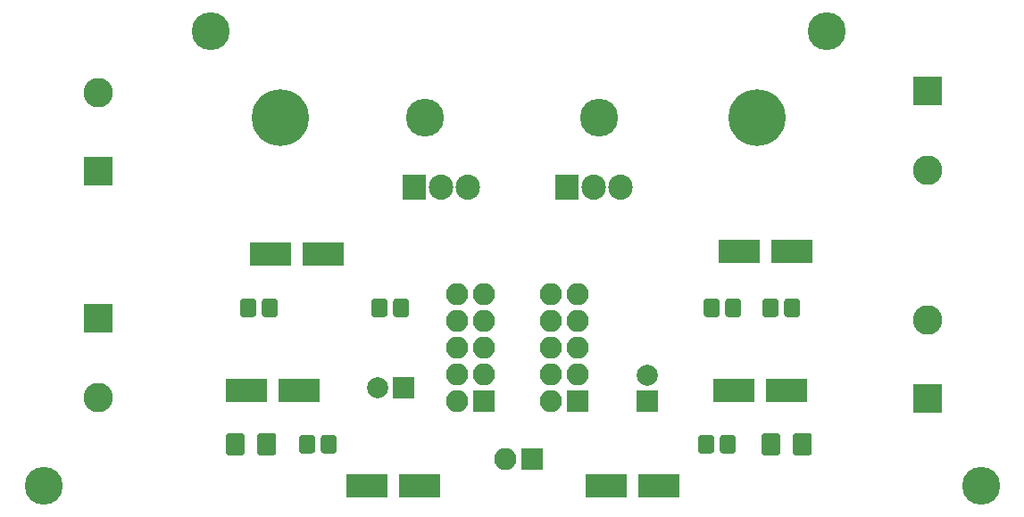
<source format=gbr>
G04 #@! TF.GenerationSoftware,KiCad,Pcbnew,(5.1.6-0-10_14)*
G04 #@! TF.CreationDate,2020-09-28T00:01:53+01:00*
G04 #@! TF.ProjectId,AdjustablePSU,41646a75-7374-4616-926c-655053552e6b,rev?*
G04 #@! TF.SameCoordinates,Original*
G04 #@! TF.FileFunction,Soldermask,Top*
G04 #@! TF.FilePolarity,Negative*
%FSLAX46Y46*%
G04 Gerber Fmt 4.6, Leading zero omitted, Abs format (unit mm)*
G04 Created by KiCad (PCBNEW (5.1.6-0-10_14)) date 2020-09-28 00:01:53*
%MOMM*%
%LPD*%
G01*
G04 APERTURE LIST*
%ADD10C,2.800000*%
%ADD11R,2.800000X2.800000*%
%ADD12C,5.401260*%
%ADD13R,2.100000X2.100000*%
%ADD14O,2.100000X2.100000*%
%ADD15C,3.600000*%
%ADD16R,2.000000X2.000000*%
%ADD17C,2.000000*%
%ADD18R,3.900000X2.200000*%
%ADD19O,2.305000X2.400000*%
%ADD20R,2.305000X2.400000*%
G04 APERTURE END LIST*
D10*
X109982000Y-66160000D03*
D11*
X109982000Y-73660000D03*
D12*
X172466000Y-68580000D03*
X127254000Y-68580000D03*
D13*
X146558000Y-95504000D03*
D14*
X144018000Y-95504000D03*
X146558000Y-92964000D03*
X144018000Y-92964000D03*
X146558000Y-90424000D03*
X144018000Y-90424000D03*
X146558000Y-87884000D03*
X144018000Y-87884000D03*
X146558000Y-85344000D03*
X144018000Y-85344000D03*
D13*
X155448000Y-95504000D03*
D14*
X152908000Y-95504000D03*
X155448000Y-92964000D03*
X152908000Y-92964000D03*
X155448000Y-90424000D03*
X152908000Y-90424000D03*
X155448000Y-87884000D03*
X152908000Y-87884000D03*
X155448000Y-85344000D03*
X152908000Y-85344000D03*
D13*
X151130000Y-100965000D03*
D14*
X148590000Y-100965000D03*
D15*
X179070000Y-60325000D03*
X120650000Y-60325000D03*
X104775000Y-103505000D03*
X193675000Y-103505000D03*
X157480000Y-68580000D03*
X140970000Y-68580000D03*
D10*
X188595000Y-73540000D03*
D11*
X188595000Y-66040000D03*
X109982000Y-87630000D03*
D10*
X109982000Y-95130000D03*
D11*
X188595000Y-95250000D03*
D10*
X188595000Y-87750000D03*
G36*
G01*
X174502000Y-86050956D02*
X174502000Y-87177044D01*
G75*
G02*
X174165044Y-87514000I-336956J0D01*
G01*
X173288956Y-87514000D01*
G75*
G02*
X172952000Y-87177044I0J336956D01*
G01*
X172952000Y-86050956D01*
G75*
G02*
X173288956Y-85714000I336956J0D01*
G01*
X174165044Y-85714000D01*
G75*
G02*
X174502000Y-86050956I0J-336956D01*
G01*
G37*
G36*
G01*
X176552000Y-86050956D02*
X176552000Y-87177044D01*
G75*
G02*
X176215044Y-87514000I-336956J0D01*
G01*
X175338956Y-87514000D01*
G75*
G02*
X175002000Y-87177044I0J336956D01*
G01*
X175002000Y-86050956D01*
G75*
G02*
X175338956Y-85714000I336956J0D01*
G01*
X176215044Y-85714000D01*
G75*
G02*
X176552000Y-86050956I0J-336956D01*
G01*
G37*
G36*
G01*
X127022000Y-86050956D02*
X127022000Y-87177044D01*
G75*
G02*
X126685044Y-87514000I-336956J0D01*
G01*
X125808956Y-87514000D01*
G75*
G02*
X125472000Y-87177044I0J336956D01*
G01*
X125472000Y-86050956D01*
G75*
G02*
X125808956Y-85714000I336956J0D01*
G01*
X126685044Y-85714000D01*
G75*
G02*
X127022000Y-86050956I0J-336956D01*
G01*
G37*
G36*
G01*
X124972000Y-86050956D02*
X124972000Y-87177044D01*
G75*
G02*
X124635044Y-87514000I-336956J0D01*
G01*
X123758956Y-87514000D01*
G75*
G02*
X123422000Y-87177044I0J336956D01*
G01*
X123422000Y-86050956D01*
G75*
G02*
X123758956Y-85714000I336956J0D01*
G01*
X124635044Y-85714000D01*
G75*
G02*
X124972000Y-86050956I0J-336956D01*
G01*
G37*
G36*
G01*
X169423000Y-87177044D02*
X169423000Y-86050956D01*
G75*
G02*
X169759956Y-85714000I336956J0D01*
G01*
X170636044Y-85714000D01*
G75*
G02*
X170973000Y-86050956I0J-336956D01*
G01*
X170973000Y-87177044D01*
G75*
G02*
X170636044Y-87514000I-336956J0D01*
G01*
X169759956Y-87514000D01*
G75*
G02*
X169423000Y-87177044I0J336956D01*
G01*
G37*
G36*
G01*
X167373000Y-87177044D02*
X167373000Y-86050956D01*
G75*
G02*
X167709956Y-85714000I336956J0D01*
G01*
X168586044Y-85714000D01*
G75*
G02*
X168923000Y-86050956I0J-336956D01*
G01*
X168923000Y-87177044D01*
G75*
G02*
X168586044Y-87514000I-336956J0D01*
G01*
X167709956Y-87514000D01*
G75*
G02*
X167373000Y-87177044I0J336956D01*
G01*
G37*
G36*
G01*
X135868000Y-87177044D02*
X135868000Y-86050956D01*
G75*
G02*
X136204956Y-85714000I336956J0D01*
G01*
X137081044Y-85714000D01*
G75*
G02*
X137418000Y-86050956I0J-336956D01*
G01*
X137418000Y-87177044D01*
G75*
G02*
X137081044Y-87514000I-336956J0D01*
G01*
X136204956Y-87514000D01*
G75*
G02*
X135868000Y-87177044I0J336956D01*
G01*
G37*
G36*
G01*
X137918000Y-87177044D02*
X137918000Y-86050956D01*
G75*
G02*
X138254956Y-85714000I336956J0D01*
G01*
X139131044Y-85714000D01*
G75*
G02*
X139468000Y-86050956I0J-336956D01*
G01*
X139468000Y-87177044D01*
G75*
G02*
X139131044Y-87514000I-336956J0D01*
G01*
X138254956Y-87514000D01*
G75*
G02*
X137918000Y-87177044I0J336956D01*
G01*
G37*
D16*
X162052000Y-95504000D03*
D17*
X162052000Y-93004000D03*
X136438000Y-94234000D03*
D16*
X138938000Y-94234000D03*
D18*
X163155000Y-103505000D03*
X158155000Y-103505000D03*
X135422000Y-103505000D03*
X140422000Y-103505000D03*
X170728000Y-81280000D03*
X175728000Y-81280000D03*
X131278000Y-81534000D03*
X126278000Y-81534000D03*
X175220000Y-94488000D03*
X170220000Y-94488000D03*
X123992000Y-94488000D03*
X128992000Y-94488000D03*
G36*
G01*
X174685000Y-98813176D02*
X174685000Y-100322824D01*
G75*
G02*
X174364824Y-100643000I-320176J0D01*
G01*
X173180176Y-100643000D01*
G75*
G02*
X172860000Y-100322824I0J320176D01*
G01*
X172860000Y-98813176D01*
G75*
G02*
X173180176Y-98493000I320176J0D01*
G01*
X174364824Y-98493000D01*
G75*
G02*
X174685000Y-98813176I0J-320176D01*
G01*
G37*
G36*
G01*
X177660000Y-98813176D02*
X177660000Y-100322824D01*
G75*
G02*
X177339824Y-100643000I-320176J0D01*
G01*
X176155176Y-100643000D01*
G75*
G02*
X175835000Y-100322824I0J320176D01*
G01*
X175835000Y-98813176D01*
G75*
G02*
X176155176Y-98493000I320176J0D01*
G01*
X177339824Y-98493000D01*
G75*
G02*
X177660000Y-98813176I0J-320176D01*
G01*
G37*
G36*
G01*
X126860000Y-98813176D02*
X126860000Y-100322824D01*
G75*
G02*
X126539824Y-100643000I-320176J0D01*
G01*
X125355176Y-100643000D01*
G75*
G02*
X125035000Y-100322824I0J320176D01*
G01*
X125035000Y-98813176D01*
G75*
G02*
X125355176Y-98493000I320176J0D01*
G01*
X126539824Y-98493000D01*
G75*
G02*
X126860000Y-98813176I0J-320176D01*
G01*
G37*
G36*
G01*
X123885000Y-98813176D02*
X123885000Y-100322824D01*
G75*
G02*
X123564824Y-100643000I-320176J0D01*
G01*
X122380176Y-100643000D01*
G75*
G02*
X122060000Y-100322824I0J320176D01*
G01*
X122060000Y-98813176D01*
G75*
G02*
X122380176Y-98493000I320176J0D01*
G01*
X123564824Y-98493000D01*
G75*
G02*
X123885000Y-98813176I0J-320176D01*
G01*
G37*
G36*
G01*
X168906000Y-100131044D02*
X168906000Y-99004956D01*
G75*
G02*
X169242956Y-98668000I336956J0D01*
G01*
X170119044Y-98668000D01*
G75*
G02*
X170456000Y-99004956I0J-336956D01*
G01*
X170456000Y-100131044D01*
G75*
G02*
X170119044Y-100468000I-336956J0D01*
G01*
X169242956Y-100468000D01*
G75*
G02*
X168906000Y-100131044I0J336956D01*
G01*
G37*
G36*
G01*
X166856000Y-100131044D02*
X166856000Y-99004956D01*
G75*
G02*
X167192956Y-98668000I336956J0D01*
G01*
X168069044Y-98668000D01*
G75*
G02*
X168406000Y-99004956I0J-336956D01*
G01*
X168406000Y-100131044D01*
G75*
G02*
X168069044Y-100468000I-336956J0D01*
G01*
X167192956Y-100468000D01*
G75*
G02*
X166856000Y-100131044I0J336956D01*
G01*
G37*
G36*
G01*
X132610000Y-99004956D02*
X132610000Y-100131044D01*
G75*
G02*
X132273044Y-100468000I-336956J0D01*
G01*
X131396956Y-100468000D01*
G75*
G02*
X131060000Y-100131044I0J336956D01*
G01*
X131060000Y-99004956D01*
G75*
G02*
X131396956Y-98668000I336956J0D01*
G01*
X132273044Y-98668000D01*
G75*
G02*
X132610000Y-99004956I0J-336956D01*
G01*
G37*
G36*
G01*
X130560000Y-99004956D02*
X130560000Y-100131044D01*
G75*
G02*
X130223044Y-100468000I-336956J0D01*
G01*
X129346956Y-100468000D01*
G75*
G02*
X129010000Y-100131044I0J336956D01*
G01*
X129010000Y-99004956D01*
G75*
G02*
X129346956Y-98668000I336956J0D01*
G01*
X130223044Y-98668000D01*
G75*
G02*
X130560000Y-99004956I0J-336956D01*
G01*
G37*
D19*
X159512000Y-75184000D03*
X156972000Y-75184000D03*
D20*
X154432000Y-75184000D03*
X139954000Y-75184000D03*
D19*
X142494000Y-75184000D03*
X145034000Y-75184000D03*
M02*

</source>
